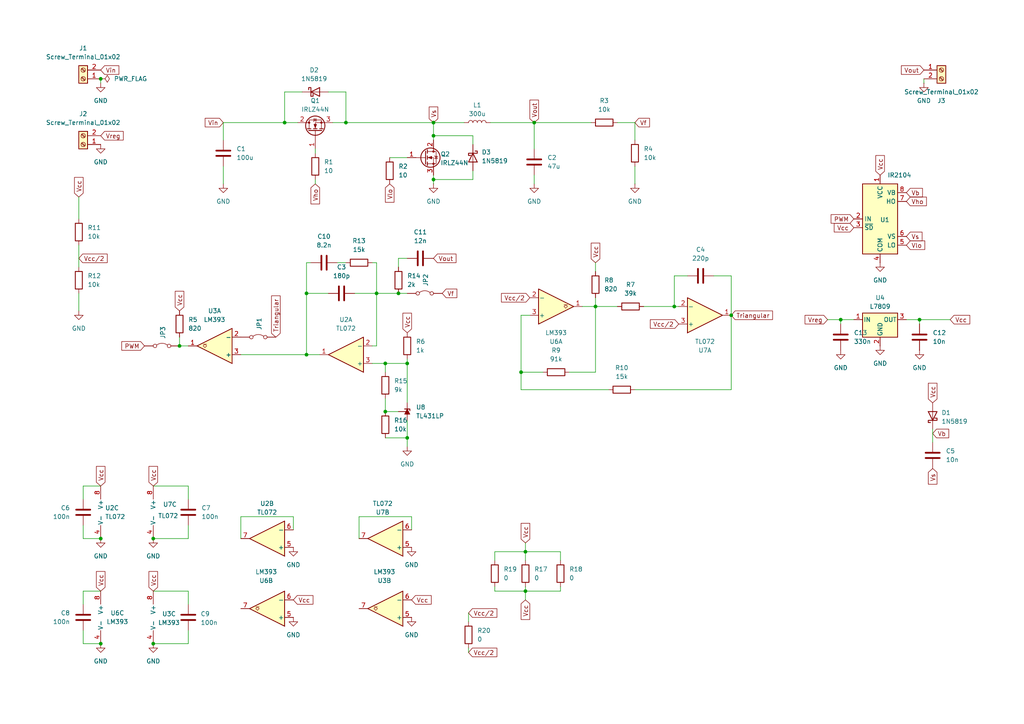
<source format=kicad_sch>
(kicad_sch (version 20250114) (generator "eeschema") (generator_version "9.0")
  (paper "A4")
  (lib_symbols
    (symbol "Amplifier_Operational:TL072" (pin_names (offset 0.127))
      (property "Reference" "U" (at 0 5.08 0))
      (property "Value" "TL072" (at 0 -5.08 0))
      (symbol "TL072_1_1"
        (polyline (pts (xy -5.08 5.08) (xy 5.08 0) (xy -5.08 -5.08) (xy -5.08 5.08)) (stroke (width 0.254)) (fill (type background)))
        (pin input line (at -7.62 2.54 0) (length 2.54) (name "+") (number "3"))
        (pin input line (at -7.62 -2.54 0) (length 2.54) (name "-") (number "2"))
        (pin output line (at 7.62 0 180) (length 2.54) (name "~") (number "1"))
      )
      (symbol "TL072_2_1"
        (polyline (pts (xy -5.08 5.08) (xy 5.08 0) (xy -5.08 -5.08) (xy -5.08 5.08)) (stroke (width 0.254)) (fill (type background)))
        (pin input line (at -7.62 2.54 0) (length 2.54) (name "+") (number "5"))
        (pin input line (at -7.62 -2.54 0) (length 2.54) (name "-") (number "6"))
        (pin output line (at 7.62 0 180) (length 2.54) (name "~") (number "7"))
      )
      (symbol "TL072_3_1"
        (pin power_in line (at -2.54 7.62 270) (length 3.81) (name "V+") (number "8"))
        (pin power_in line (at -2.54 -7.62 90) (length 3.81) (name "V-") (number "4"))
      )
    )
    (symbol "Comparator:LM393" (pin_names (offset 0.127))
      (property "Reference" "U" (at 3.81 3.81 0))
      (property "Value" "LM393" (at 6.35 -3.81 0))
      (symbol "LM393_1_1"
        (polyline (pts (xy -5.08 5.08) (xy 5.08 0) (xy -5.08 -5.08) (xy -5.08 5.08)) (stroke (width 0.254)) (fill (type background)))
        (polyline (pts (xy 3.302 -0.508) (xy 2.794 -0.508) (xy 3.302 0) (xy 2.794 0.508) (xy 2.286 0) (xy 2.794 -0.508) (xy 2.286 -0.508)) (stroke (width 0.127)))
        (pin input line (at -7.62 2.54 0) (length 2.54) (name "+") (number "3"))
        (pin input line (at -7.62 -2.54 0) (length 2.54) (name "-") (number "2"))
        (pin open_collector line (at 7.62 0 180) (length 2.54) (name "~") (number "1"))
      )
      (symbol "LM393_2_1"
        (polyline (pts (xy -5.08 5.08) (xy 5.08 0) (xy -5.08 -5.08) (xy -5.08 5.08)) (stroke (width 0.254)) (fill (type background)))
        (polyline (pts (xy 3.302 -0.508) (xy 2.794 -0.508) (xy 3.302 0) (xy 2.794 0.508) (xy 2.286 0) (xy 2.794 -0.508) (xy 2.286 -0.508)) (stroke (width 0.127)))
        (pin input line (at -7.62 2.54 0) (length 2.54) (name "+") (number "5"))
        (pin input line (at -7.62 -2.54 0) (length 2.54) (name "-") (number "6"))
        (pin open_collector line (at 7.62 0 180) (length 2.54) (name "~") (number "7"))
      )
      (symbol "LM393_3_1"
        (pin power_in line (at -2.54 7.62 270) (length 3.81) (name "V+") (number "8"))
        (pin power_in line (at -2.54 -7.62 90) (length 3.81) (name "V-") (number "4"))
      )
    )
    (symbol "Connector:Screw_Terminal_01x02" (pin_names (offset 1.016) (hide yes))
      (property "Reference" "J" (at 0 2.54 0))
      (property "Value" "Screw_Terminal_01x02" (at 0 -5.08 0))
      (symbol "Screw_Terminal_01x02_1_1"
        (rectangle (start -1.27 1.27) (end 1.27 -3.81) (stroke (width 0.254)) (fill (type background)))
        (polyline (pts (xy -0.5334 0.3302) (xy 0.3302 -0.508)) (stroke (width 0.1524)))
        (polyline (pts (xy -0.5334 -2.2098) (xy 0.3302 -3.048)) (stroke (width 0.1524)))
        (polyline (pts (xy -0.3556 0.508) (xy 0.508 -0.3302)) (stroke (width 0.1524)))
        (polyline (pts (xy -0.3556 -2.032) (xy 0.508 -2.8702)) (stroke (width 0.1524)))
        (circle (center 0 0) (radius 0.635) (stroke (width 0.1524)))
        (circle (center 0 -2.54) (radius 0.635) (stroke (width 0.1524)))
        (pin passive line (at -5.08 0 0) (length 3.81) (name "Pin_1") (number "1"))
        (pin passive line (at -5.08 -2.54 0) (length 3.81) (name "Pin_2") (number "2"))
      )
    )
    (symbol "Device:C" (pin_numbers (hide yes)) (pin_names (offset 0.254))
      (property "Reference" "C" (at 0.635 2.54 0))
      (property "Value" "C" (at 0.635 -2.54 0))
      (symbol "C_0_1"
        (polyline (pts (xy -2.032 0.762) (xy 2.032 0.762)) (stroke (width 0.508)))
        (polyline (pts (xy -2.032 -0.762) (xy 2.032 -0.762)) (stroke (width 0.508)))
      )
      (symbol "C_1_1"
        (pin passive line (at 0 3.81 270) (length 2.794) (name "~") (number "1"))
        (pin passive line (at 0 -3.81 90) (length 2.794) (name "~") (number "2"))
      )
    )
    (symbol "Device:L" (pin_numbers (hide yes)) (pin_names (offset 1.016) (hide yes))
      (property "Reference" "L" (at -1.27 0 90))
      (property "Value" "L" (at 1.905 0 90))
      (symbol "L_0_1"
        (arc (start 0 2.54) (mid 0.6323 1.905) (end 0 1.27))
        (arc (start 0 1.27) (mid 0.6323 0.635) (end 0 0))
        (arc (start 0 0) (mid 0.6323 -0.635) (end 0 -1.27))
        (arc (start 0 -1.27) (mid 0.6323 -1.905) (end 0 -2.54))
      )
      (symbol "L_1_1"
        (pin passive line (at 0 3.81 270) (length 1.27) (name "1") (number "1"))
        (pin passive line (at 0 -3.81 90) (length 1.27) (name "2") (number "2"))
      )
    )
    (symbol "Device:R" (pin_numbers (hide yes)) (pin_names (offset 0))
      (property "Reference" "R" (at 2.032 0 90))
      (property "Value" "R" (at 0 0 90))
      (symbol "R_0_1"
        (rectangle (start -1.016 -2.54) (end 1.016 2.54) (stroke (width 0.254)))
      )
      (symbol "R_1_1"
        (pin passive line (at 0 3.81 270) (length 1.27) (name "~") (number "1"))
        (pin passive line (at 0 -3.81 90) (length 1.27) (name "~") (number "2"))
      )
    )
    (symbol "Diode:1N5819" (pin_numbers (hide yes)) (pin_names (offset 1.016) (hide yes))
      (property "Reference" "D" (at 0 2.54 0))
      (property "Value" "1N5819" (at 0 -2.54 0))
      (symbol "1N5819_0_1"
        (polyline (pts (xy -1.905 0.635) (xy -1.905 1.27) (xy -1.27 1.27) (xy -1.27 -1.27) (xy -0.635 -1.27) (xy -0.635 -0.635)) (stroke (width 0.254)))
        (polyline (pts (xy 1.27 1.27) (xy 1.27 -1.27) (xy -1.27 0) (xy 1.27 1.27)) (stroke (width 0.254)))
        (polyline (pts (xy 1.27 0) (xy -1.27 0)))
      )
      (symbol "1N5819_1_1"
        (pin passive line (at -3.81 0 0) (length 2.54) (name "K") (number "1"))
        (pin passive line (at 3.81 0 180) (length 2.54) (name "A") (number "2"))
      )
    )
    (symbol "Driver_FET:IR2104"
      (property "Reference" "U" (at 1.27 13.335 0))
      (property "Value" "IR2104" (at 1.27 11.43 0))
      (symbol "IR2104_0_1"
        (rectangle (start -5.08 -10.16) (end 5.08 10.16) (stroke (width 0.254)) (fill (type background)))
      )
      (symbol "IR2104_1_1"
        (pin input line (at -7.62 0 0) (length 2.54) (name "IN") (number "2"))
        (pin input line (at -7.62 -2.54 0) (length 2.54) (name "~{SD}") (number "3"))
        (pin power_in line (at 0 12.7 270) (length 2.54) (name "VCC") (number "1"))
        (pin power_in line (at 0 -12.7 90) (length 2.54) (name "COM") (number "4"))
        (pin passive line (at 7.62 7.62 180) (length 2.54) (name "VB") (number "8"))
        (pin output line (at 7.62 5.08 180) (length 2.54) (name "HO") (number "7"))
        (pin passive line (at 7.62 -5.08 180) (length 2.54) (name "VS") (number "6"))
        (pin output line (at 7.62 -7.62 180) (length 2.54) (name "LO") (number "5"))
      )
    )
    (symbol "Jumper:Jumper_2_Bridged" (pin_numbers (hide yes)) (pin_names (offset 0) (hide yes))
      (property "Reference" "JP" (at 0 1.905 0))
      (property "Value" "Jumper_2_Bridged" (at 0 -2.54 0))
      (symbol "Jumper_2_Bridged_0_0"
        (circle (center -2.032 0) (radius 0.508))
        (circle (center 2.032 0) (radius 0.508))
      )
      (symbol "Jumper_2_Bridged_0_1"
        (arc (start -1.524 0.254) (mid 0 0.762) (end 1.524 0.254))
      )
      (symbol "Jumper_2_Bridged_1_1"
        (pin passive line (at -5.08 0 0) (length 2.54) (name "A") (number "1"))
        (pin passive line (at 5.08 0 180) (length 2.54) (name "B") (number "2"))
      )
    )
    (symbol "Reference_Voltage:TL431LP" (pin_numbers (hide yes)) (pin_names (hide yes))
      (property "Reference" "U" (at -2.54 2.54 0))
      (property "Value" "TL431LP" (at 0 -2.54 0))
      (symbol "TL431LP_0_1"
        (polyline (pts (xy -1.27 0) (xy 0 0) (xy 1.27 0)))
        (polyline (pts (xy -0.762 -0.762) (xy -0.762 0.762) (xy 0.762 0) (xy -0.762 -0.762)) (fill (type outline)))
        (polyline (pts (xy 0.254 -0.762) (xy 0.762 -0.762) (xy 0.762 0.762) (xy 0.762 0.762)) (stroke (width 0.254)))
      )
      (symbol "TL431LP_1_1"
        (pin passive line (at -2.54 0 0) (length 2.54) (name "A") (number "2"))
        (pin passive line (at 0 2.54 270) (length 2.54) (name "REF") (number "1"))
        (pin passive line (at 2.54 0 180) (length 2.54) (name "K") (number "3"))
      )
    )
    (symbol "Regulator_Linear:L7809" (pin_names (offset 0.254))
      (property "Reference" "U" (at -3.81 3.175 0))
      (property "Value" "L7809" (at 0 3.175 0))
      (symbol "L7809_0_1"
        (rectangle (start -5.08 1.905) (end 5.08 -5.08) (stroke (width 0.254)) (fill (type background)))
      )
      (symbol "L7809_1_1"
        (pin power_in line (at -7.62 0 0) (length 2.54) (name "IN") (number "1"))
        (pin power_in line (at 0 -7.62 90) (length 2.54) (name "GND") (number "2"))
        (pin power_out line (at 7.62 0 180) (length 2.54) (name "OUT") (number "3"))
      )
    )
    (symbol "Transistor_FET:IRLZ44N" (pin_names (hide yes))
      (property "Reference" "Q" (at 5.08 1.905 0))
      (property "Value" "IRLZ44N" (at 5.08 0 0))
      (symbol "IRLZ44N_0_1"
        (polyline (pts (xy 0.254 1.905) (xy 0.254 -1.905)) (stroke (width 0.254)))
        (polyline (pts (xy 0.254 0) (xy -2.54 0)))
        (polyline (pts (xy 0.762 2.286) (xy 0.762 1.27)) (stroke (width 0.254)))
        (polyline (pts (xy 0.762 0.508) (xy 0.762 -0.508)) (stroke (width 0.254)))
        (polyline (pts (xy 0.762 -1.27) (xy 0.762 -2.286)) (stroke (width 0.254)))
        (polyline (pts (xy 0.762 -1.778) (xy 3.302 -1.778) (xy 3.302 1.778) (xy 0.762 1.778)))
        (polyline (pts (xy 1.016 0) (xy 2.032 0.381) (xy 2.032 -0.381) (xy 1.016 0)) (fill (type outline)))
        (circle (center 1.651 0) (radius 2.794) (stroke (width 0.254)))
        (polyline (pts (xy 2.54 2.54) (xy 2.54 1.778)))
        (circle (center 2.54 1.778) (radius 0.254) (fill (type outline)))
        (circle (center 2.54 -1.778) (radius 0.254) (fill (type outline)))
        (polyline (pts (xy 2.54 -2.54) (xy 2.54 0) (xy 0.762 0)))
        (polyline (pts (xy 2.794 0.508) (xy 2.921 0.381) (xy 3.683 0.381) (xy 3.81 0.254)))
        (polyline (pts (xy 3.302 0.381) (xy 2.921 -0.254) (xy 3.683 -0.254) (xy 3.302 0.381)))
      )
      (symbol "IRLZ44N_1_1"
        (pin input line (at -5.08 0 0) (length 2.54) (name "G") (number "1"))
        (pin passive line (at 2.54 5.08 270) (length 2.54) (name "D") (number "2"))
        (pin passive line (at 2.54 -5.08 90) (length 2.54) (name "S") (number "3"))
      )
    )
    (symbol "power:GND" (power) (pin_numbers (hide yes)) (pin_names (offset 0) (hide yes))
      (property "Value" "GND" (at 0 -3.81 0))
      (symbol "GND_0_1"
        (polyline (pts (xy 0 0) (xy 0 -1.27) (xy 1.27 -1.27) (xy 0 -2.54) (xy -1.27 -1.27) (xy 0 -1.27)))
      )
      (symbol "GND_1_1"
        (pin power_in line (at 0 0 270) (length 0) (name "~") (number "1"))
      )
    )
    (symbol "power:PWR_FLAG" (power) (pin_numbers (hide yes)) (pin_names (offset 0) (hide yes))
      (property "Value" "PWR_FLAG" (at 0 3.81 0))
      (symbol "PWR_FLAG_0_0"
        (pin power_out line (at 0 0 90) (length 0) (name "~") (number "1"))
      )
      (symbol "PWR_FLAG_0_1"
        (polyline (pts (xy 0 0) (xy 0 1.27) (xy -1.016 1.905) (xy 0 2.54) (xy 1.016 1.905) (xy 0 1.27)))
      )
    )
  )
  (junction (at 154.94 35.56))
  (junction (at 118.11 105.41))
  (junction (at 125.73 52.07))
  (junction (at 243.84 92.71))
  (junction (at 44.45 156.21))
  (junction (at 109.22 85.09))
  (junction (at 100.33 35.56))
  (junction (at 52.07 100.33))
  (junction (at 44.45 186.69))
  (junction (at 152.4 160.02))
  (junction (at 125.73 35.56))
  (junction (at 125.73 39.37))
  (junction (at 29.21 156.21))
  (junction (at 111.76 119.38))
  (junction (at 172.72 88.9))
  (junction (at 29.21 186.69))
  (junction (at 118.11 127))
  (junction (at 82.55 35.56))
  (junction (at 111.76 105.41))
  (junction (at 195.58 88.9))
  (junction (at 151.13 107.95))
  (junction (at 88.9 102.87))
  (junction (at 212.09 91.44))
  (junction (at 152.4 171.45))
  (junction (at 115.57 85.09))
  (junction (at 29.21 22.86))
  (junction (at 266.7 92.71))
  (junction (at 88.9 85.09))
  (wire (pts (xy 54.61 156.21) (xy 44.45 156.21)))
  (wire (pts (xy 142.24 35.56) (xy 154.94 35.56)))
  (wire (pts (xy 172.72 88.9) (xy 179.07 88.9)))
  (wire (pts (xy 24.13 171.45) (xy 29.21 171.45)))
  (wire (pts (xy 152.4 160.02) (xy 152.4 162.56)))
  (wire (pts (xy 22.86 85.09) (xy 22.86 90.17)))
  (wire (pts (xy 24.13 144.78) (xy 24.13 140.97)))
  (wire (pts (xy 151.13 113.03) (xy 176.53 113.03)))
  (wire (pts (xy 137.16 41.91) (xy 137.16 39.37)))
  (wire (pts (xy 107.95 105.41) (xy 111.76 105.41)))
  (wire (pts (xy 143.51 170.18) (xy 143.51 171.45)))
  (wire (pts (xy 119.38 149.86) (xy 119.38 153.67)))
  (wire (pts (xy 54.61 175.26) (xy 54.61 171.45)))
  (wire (pts (xy 125.73 50.8) (xy 125.73 52.07)))
  (wire (pts (xy 135.89 187.96) (xy 135.89 189.23)))
  (wire (pts (xy 151.13 107.95) (xy 157.48 107.95)))
  (wire (pts (xy 137.16 52.07) (xy 125.73 52.07)))
  (wire (pts (xy 152.4 171.45) (xy 152.4 173.99)))
  (wire (pts (xy 172.72 107.95) (xy 172.72 88.9)))
  (wire (pts (xy 111.76 119.38) (xy 115.57 119.38)))
  (wire (pts (xy 184.15 113.03) (xy 212.09 113.03)))
  (wire (pts (xy 162.56 162.56) (xy 162.56 160.02)))
  (wire (pts (xy 111.76 127) (xy 118.11 127)))
  (wire (pts (xy 64.77 40.64) (xy 64.77 35.56)))
  (wire (pts (xy 152.4 157.48) (xy 152.4 160.02)))
  (wire (pts (xy 186.69 88.9) (xy 195.58 88.9)))
  (wire (pts (xy 143.51 171.45) (xy 152.4 171.45)))
  (wire (pts (xy 118.11 85.09) (xy 115.57 85.09)))
  (wire (pts (xy 195.58 88.9) (xy 196.85 88.9)))
  (wire (pts (xy 266.7 92.71) (xy 262.89 92.71)))
  (wire (pts (xy 137.16 49.53) (xy 137.16 52.07)))
  (wire (pts (xy 52.07 100.33) (xy 54.61 100.33)))
  (wire (pts (xy 82.55 35.56) (xy 86.36 35.56)))
  (wire (pts (xy 143.51 160.02) (xy 143.51 162.56)))
  (wire (pts (xy 88.9 85.09) (xy 88.9 76.2)))
  (wire (pts (xy 153.67 91.44) (xy 151.13 91.44)))
  (wire (pts (xy 154.94 43.18) (xy 154.94 35.56)))
  (wire (pts (xy 104.14 149.86) (xy 119.38 149.86)))
  (wire (pts (xy 275.59 92.71) (xy 266.7 92.71)))
  (wire (pts (xy 111.76 115.57) (xy 111.76 119.38)))
  (wire (pts (xy 172.72 78.74) (xy 172.72 76.2)))
  (wire (pts (xy 82.55 26.67) (xy 82.55 35.56)))
  (wire (pts (xy 87.63 26.67) (xy 82.55 26.67)))
  (wire (pts (xy 96.52 35.56) (xy 100.33 35.56)))
  (wire (pts (xy 54.61 144.78) (xy 54.61 140.97)))
  (wire (pts (xy 69.85 149.86) (xy 85.09 149.86)))
  (wire (pts (xy 152.4 160.02) (xy 162.56 160.02)))
  (wire (pts (xy 240.03 92.71) (xy 243.84 92.71)))
  (wire (pts (xy 107.95 100.33) (xy 109.22 100.33)))
  (wire (pts (xy 64.77 35.56) (xy 82.55 35.56)))
  (wire (pts (xy 172.72 86.36) (xy 172.72 88.9)))
  (wire (pts (xy 22.86 71.12) (xy 22.86 77.47)))
  (wire (pts (xy 91.44 52.07) (xy 91.44 53.34)))
  (wire (pts (xy 24.13 186.69) (xy 29.21 186.69)))
  (wire (pts (xy 24.13 152.4) (xy 24.13 156.21)))
  (wire (pts (xy 270.51 124.46) (xy 270.51 128.27)))
  (wire (pts (xy 22.86 57.15) (xy 22.86 63.5)))
  (wire (pts (xy 104.14 156.21) (xy 104.14 149.86)))
  (wire (pts (xy 118.11 104.14) (xy 118.11 105.41)))
  (wire (pts (xy 88.9 102.87) (xy 92.71 102.87)))
  (wire (pts (xy 125.73 35.56) (xy 125.73 39.37)))
  (wire (pts (xy 64.77 48.26) (xy 64.77 53.34)))
  (wire (pts (xy 102.87 85.09) (xy 109.22 85.09)))
  (wire (pts (xy 69.85 102.87) (xy 88.9 102.87)))
  (wire (pts (xy 111.76 105.41) (xy 111.76 107.95)))
  (wire (pts (xy 195.58 88.9) (xy 195.58 80.01)))
  (wire (pts (xy 95.25 26.67) (xy 100.33 26.67)))
  (wire (pts (xy 267.97 22.86) (xy 267.97 24.13)))
  (wire (pts (xy 125.73 52.07) (xy 125.73 53.34)))
  (wire (pts (xy 24.13 140.97) (xy 29.21 140.97)))
  (wire (pts (xy 184.15 48.26) (xy 184.15 53.34)))
  (wire (pts (xy 88.9 76.2) (xy 90.17 76.2)))
  (wire (pts (xy 54.61 182.88) (xy 54.61 186.69)))
  (wire (pts (xy 212.09 113.03) (xy 212.09 91.44)))
  (wire (pts (xy 125.73 35.56) (xy 134.62 35.56)))
  (wire (pts (xy 54.61 186.69) (xy 44.45 186.69)))
  (wire (pts (xy 109.22 85.09) (xy 109.22 100.33)))
  (wire (pts (xy 212.09 80.01) (xy 212.09 91.44)))
  (wire (pts (xy 24.13 182.88) (xy 24.13 186.69)))
  (wire (pts (xy 243.84 92.71) (xy 243.84 93.98)))
  (wire (pts (xy 52.07 97.79) (xy 52.07 100.33)))
  (wire (pts (xy 207.01 80.01) (xy 212.09 80.01)))
  (wire (pts (xy 179.07 35.56) (xy 184.15 35.56)))
  (wire (pts (xy 151.13 91.44) (xy 151.13 107.95)))
  (wire (pts (xy 135.89 177.8) (xy 135.89 180.34)))
  (wire (pts (xy 88.9 85.09) (xy 88.9 102.87)))
  (wire (pts (xy 118.11 127) (xy 118.11 129.54)))
  (wire (pts (xy 54.61 171.45) (xy 44.45 171.45)))
  (wire (pts (xy 118.11 105.41) (xy 118.11 116.84)))
  (wire (pts (xy 91.44 44.45) (xy 91.44 43.18)))
  (wire (pts (xy 118.11 121.92) (xy 118.11 127)))
  (wire (pts (xy 29.21 22.86) (xy 29.21 24.13)))
  (wire (pts (xy 115.57 77.47) (xy 115.57 74.93)))
  (wire (pts (xy 69.85 156.21) (xy 69.85 149.86)))
  (wire (pts (xy 100.33 35.56) (xy 125.73 35.56)))
  (wire (pts (xy 172.72 88.9) (xy 168.91 88.9)))
  (wire (pts (xy 85.09 149.86) (xy 85.09 153.67)))
  (wire (pts (xy 109.22 76.2) (xy 109.22 85.09)))
  (wire (pts (xy 115.57 85.09) (xy 109.22 85.09)))
  (wire (pts (xy 152.4 160.02) (xy 143.51 160.02)))
  (wire (pts (xy 95.25 85.09) (xy 88.9 85.09)))
  (wire (pts (xy 171.45 35.56) (xy 154.94 35.56)))
  (wire (pts (xy 162.56 171.45) (xy 152.4 171.45)))
  (wire (pts (xy 184.15 35.56) (xy 184.15 40.64)))
  (wire (pts (xy 125.73 39.37) (xy 125.73 40.64)))
  (wire (pts (xy 24.13 156.21) (xy 29.21 156.21)))
  (wire (pts (xy 165.1 107.95) (xy 172.72 107.95)))
  (wire (pts (xy 100.33 26.67) (xy 100.33 35.56)))
  (wire (pts (xy 243.84 92.71) (xy 247.65 92.71)))
  (wire (pts (xy 154.94 50.8) (xy 154.94 53.34)))
  (wire (pts (xy 152.4 170.18) (xy 152.4 171.45)))
  (wire (pts (xy 54.61 152.4) (xy 54.61 156.21)))
  (wire (pts (xy 125.73 39.37) (xy 137.16 39.37)))
  (wire (pts (xy 266.7 92.71) (xy 266.7 93.98)))
  (wire (pts (xy 162.56 170.18) (xy 162.56 171.45)))
  (wire (pts (xy 44.45 140.97) (xy 54.61 140.97)))
  (wire (pts (xy 24.13 175.26) (xy 24.13 171.45)))
  (wire (pts (xy 111.76 105.41) (xy 118.11 105.41)))
  (wire (pts (xy 151.13 107.95) (xy 151.13 113.03)))
  (wire (pts (xy 115.57 74.93) (xy 118.11 74.93)))
  (wire (pts (xy 97.79 76.2) (xy 100.33 76.2)))
  (wire (pts (xy 195.58 80.01) (xy 199.39 80.01)))
  (wire (pts (xy 109.22 76.2) (xy 107.95 76.2)))
  (wire (pts (xy 113.03 45.72) (xy 118.11 45.72)))
  (global_label "Vout" (shape input) (at 267.97 20.32 180) (property "Intersheetrefs" "${INTERSHEET_REFS}" (effects (hide yes))))
  (global_label "Vcc" (shape input) (at 118.11 96.52 90) (property "Intersheetrefs" "${INTERSHEET_REFS}" (effects (hide yes))))
  (global_label "PWM" (shape input) (at 247.65 63.5 180) (property "Intersheetrefs" "${INTERSHEET_REFS}" (effects (hide yes))))
  (global_label "Vcc" (shape input) (at 270.51 116.84 90) (property "Intersheetrefs" "${INTERSHEET_REFS}" (effects (hide yes))))
  (global_label "Vcc" (shape input) (at 85.09 173.99 0) (property "Intersheetrefs" "${INTERSHEET_REFS}" (effects (hide yes))))
  (global_label "Vcc" (shape input) (at 44.45 140.97 90) (property "Intersheetrefs" "${INTERSHEET_REFS}" (effects (hide yes))))
  (global_label "Vcc{slash}2" (shape input) (at 135.89 189.23 0) (property "Intersheetrefs" "${INTERSHEET_REFS}" (effects (hide yes))))
  (global_label "Vcc" (shape input) (at 172.72 76.2 90) (property "Intersheetrefs" "${INTERSHEET_REFS}" (effects (hide yes))))
  (global_label "Vcc" (shape input) (at 275.59 92.71 0) (property "Intersheetrefs" "${INTERSHEET_REFS}" (effects (hide yes))))
  (global_label "Vin" (shape input) (at 29.21 20.32 0) (property "Intersheetrefs" "${INTERSHEET_REFS}" (effects (hide yes))))
  (global_label "Vho" (shape input) (at 262.89 58.42 0) (property "Intersheetrefs" "${INTERSHEET_REFS}" (effects (hide yes))))
  (global_label "Vcc" (shape input) (at 29.21 140.97 90) (property "Intersheetrefs" "${INTERSHEET_REFS}" (effects (hide yes))))
  (global_label "Vcc" (shape input) (at 22.86 57.15 90) (property "Intersheetrefs" "${INTERSHEET_REFS}" (effects (hide yes))))
  (global_label "Vcc" (shape input) (at 152.4 173.99 270) (property "Intersheetrefs" "${INTERSHEET_REFS}" (effects (hide yes))))
  (global_label "Vcc{slash}2" (shape input) (at 196.85 93.98 180) (property "Intersheetrefs" "${INTERSHEET_REFS}" (effects (hide yes))))
  (global_label "Vreg" (shape input) (at 29.21 39.37 0) (property "Intersheetrefs" "${INTERSHEET_REFS}" (effects (hide yes))))
  (global_label "Vcc{slash}2" (shape input) (at 153.67 86.36 180) (property "Intersheetrefs" "${INTERSHEET_REFS}" (effects (hide yes))))
  (global_label "Vlo" (shape input) (at 262.89 71.12 0) (property "Intersheetrefs" "${INTERSHEET_REFS}" (effects (hide yes))))
  (global_label "Vf" (shape input) (at 184.15 35.56 0) (property "Intersheetrefs" "${INTERSHEET_REFS}" (effects (hide yes))))
  (global_label "Vcc{slash}2" (shape input) (at 22.86 74.93 0) (property "Intersheetrefs" "${INTERSHEET_REFS}" (effects (hide yes))))
  (global_label "Vf" (shape input) (at 128.27 85.09 0) (property "Intersheetrefs" "${INTERSHEET_REFS}" (effects (hide yes))))
  (global_label "Vcc" (shape input) (at 52.07 90.17 90) (property "Intersheetrefs" "${INTERSHEET_REFS}" (effects (hide yes))))
  (global_label "Triangular" (shape input) (at 212.09 91.44 0) (property "Intersheetrefs" "${INTERSHEET_REFS}" (effects (hide yes))))
  (global_label "Vout" (shape input) (at 154.94 35.56 90) (property "Intersheetrefs" "${INTERSHEET_REFS}" (effects (hide yes))))
  (global_label "Vb" (shape input) (at 262.89 55.88 0) (property "Intersheetrefs" "${INTERSHEET_REFS}" (effects (hide yes))))
  (global_label "Vlo" (shape input) (at 113.03 53.34 270) (property "Intersheetrefs" "${INTERSHEET_REFS}" (effects (hide yes))))
  (global_label "Vs" (shape input) (at 270.51 135.89 270) (property "Intersheetrefs" "${INTERSHEET_REFS}" (effects (hide yes))))
  (global_label "Vcc" (shape input) (at 247.65 66.04 180) (property "Intersheetrefs" "${INTERSHEET_REFS}" (effects (hide yes))))
  (global_label "Vin" (shape input) (at 64.77 35.56 180) (property "Intersheetrefs" "${INTERSHEET_REFS}" (effects (hide yes))))
  (global_label "Vs" (shape input) (at 125.73 35.56 90) (property "Intersheetrefs" "${INTERSHEET_REFS}" (effects (hide yes))))
  (global_label "Vcc" (shape input) (at 44.45 171.45 90) (property "Intersheetrefs" "${INTERSHEET_REFS}" (effects (hide yes))))
  (global_label "Vb" (shape input) (at 270.51 125.73 0) (property "Intersheetrefs" "${INTERSHEET_REFS}" (effects (hide yes))))
  (global_label "PWM" (shape input) (at 41.91 100.33 180) (property "Intersheetrefs" "${INTERSHEET_REFS}" (effects (hide yes))))
  (global_label "Vout" (shape input) (at 125.73 74.93 0) (property "Intersheetrefs" "${INTERSHEET_REFS}" (effects (hide yes))))
  (global_label "Vreg" (shape input) (at 240.03 92.71 180) (property "Intersheetrefs" "${INTERSHEET_REFS}" (effects (hide yes))))
  (global_label "Vcc" (shape input) (at 29.21 171.45 90) (property "Intersheetrefs" "${INTERSHEET_REFS}" (effects (hide yes))))
  (global_label "Vcc" (shape input) (at 152.4 157.48 90) (property "Intersheetrefs" "${INTERSHEET_REFS}" (effects (hide yes))))
  (global_label "Vs" (shape input) (at 262.89 68.58 0) (property "Intersheetrefs" "${INTERSHEET_REFS}" (effects (hide yes))))
  (global_label "Vho" (shape input) (at 91.44 53.34 270) (property "Intersheetrefs" "${INTERSHEET_REFS}" (effects (hide yes))))
  (global_label "Triangular" (shape input) (at 80.01 97.79 90) (property "Intersheetrefs" "${INTERSHEET_REFS}" (effects (hide yes))))
  (global_label "Vcc{slash}2" (shape input) (at 135.89 177.8 0) (property "Intersheetrefs" "${INTERSHEET_REFS}" (effects (hide yes))))
  (global_label "Vcc" (shape input) (at 119.38 173.99 0) (property "Intersheetrefs" "${INTERSHEET_REFS}" (effects (hide yes))))
  (global_label "Vcc" (shape input) (at 255.27 50.8 90) (property "Intersheetrefs" "${INTERSHEET_REFS}" (effects (hide yes))))
  (symbol (lib_id "Comparator:LM393") (at 77.47 176.53 180) (unit 2)
    (property "Reference" "U6" (at 77.216 168.402 0))
    (property "Value" "LM393" (at 77.216 165.862 0))
    (property "Footprint" "Package_DIP:DIP-8_W7.62mm_LongPads" (effects (hide yes)))
    (property "Datasheet" "http://www.ti.com/lit/ds/symlink/lm393.pdf" (effects (hide yes)))
    (property "Description" "Low-Power, Low-Offset Voltage, Dual Comparators, DIP-8/SOIC-8/TO-99-8" (effects (hide yes)))
  )
  (symbol (lib_id "power:GND") (at 266.7 101.6 0) (unit 1)
    (property "Reference" "#PWR021" (effects (hide yes)))
    (property "Value" "GND" (at 266.7 106.68 0))
    (property "Description" "Power symbol creates a global label with name \"GND\" , ground" (effects (hide yes)))
  )
  (symbol (lib_id "Device:R") (at 118.11 100.33 0) (unit 1)
    (property "Reference" "R6" (at 120.65 99.0599 0) (effects (justify left)))
    (property "Value" "1k" (at 120.65 101.5999 0) (effects (justify left)))
    (property "Footprint" "Resistor_THT:R_Axial_DIN0207_L6.3mm_D2.5mm_P10.16mm_Horizontal" (effects (hide yes)))
    (property "Description" "Resistor" (effects (hide yes)))
  )
  (symbol (lib_id "Reference_Voltage:TL431LP") (at 118.11 119.38 90) (unit 1)
    (property "Reference" "U8" (at 120.65 118.1099 90) (effects (justify right)))
    (property "Value" "TL431LP" (at 120.65 120.6499 90) (effects (justify right)))
    (property "Footprint" "Package_TO_SOT_THT:TO-92L_Inline_Wide" (effects (hide yes)))
    (property "Datasheet" "http://www.ti.com/lit/ds/symlink/tl431.pdf" (effects (hide yes)))
    (property "Description" "Shunt Regulator, TO-92" (effects (hide yes)))
  )
  (symbol (lib_id "Driver_FET:IR2104") (at 255.27 63.5 0) (unit 1)
    (property "Reference" "U1" (at 255.27 63.754 0) (effects (justify left)))
    (property "Value" "IR2104" (at 257.4133 50.8 0) (effects (justify left)))
    (property "Footprint" "Package_DIP:DIP-8_W7.62mm_LongPads" (effects (hide yes)))
    (property "Datasheet" "https://www.infineon.com/dgdl/ir2104.pdf?fileId=5546d462533600a4015355c7c1c31671" (effects (hide yes)))
    (property "Description" "Half-Bridge Driver, 600V, 210/360mA, PDIP-8/SOIC-8" (effects (hide yes)))
  )
  (symbol (lib_id "power:GND") (at 267.97 24.13 0) (unit 1)
    (property "Reference" "#PWR05" (effects (hide yes)))
    (property "Value" "GND" (at 267.97 29.21 0))
    (property "Description" "Power symbol creates a global label with name \"GND\" , ground" (effects (hide yes)))
  )
  (symbol (lib_id "power:GND") (at 85.09 179.07 0) (unit 1)
    (property "Reference" "#PWR015" (effects (hide yes)))
    (property "Value" "GND" (at 85.09 184.15 0))
    (property "Description" "Power symbol creates a global label with name \"GND\" , ground" (effects (hide yes)))
  )
  (symbol (lib_id "power:GND") (at 118.11 129.54 0) (unit 1)
    (property "Reference" "#PWR09" (effects (hide yes)))
    (property "Value" "GND" (at 118.11 134.62 0))
    (property "Description" "Power symbol creates a global label with name \"GND\" , ground" (effects (hide yes)))
  )
  (symbol (lib_id "Comparator:LM393") (at 46.99 179.07 0) (unit 3)
    (property "Reference" "U3" (at 49.022 178.054 0))
    (property "Value" "LM393" (at 49.022 180.594 0))
    (property "Footprint" "Package_DIP:DIP-8_W7.62mm_LongPads" (effects (hide yes)))
    (property "Datasheet" "http://www.ti.com/lit/ds/symlink/lm393.pdf" (effects (hide yes)))
    (property "Description" "Low-Power, Low-Offset Voltage, Dual Comparators, DIP-8/SOIC-8/TO-99-8" (effects (hide yes)))
  )
  (symbol (lib_id "power:GND") (at 154.94 53.34 0) (unit 1)
    (property "Reference" "#PWR03" (effects (hide yes)))
    (property "Value" "GND" (at 154.94 58.42 0))
    (property "Description" "Power symbol creates a global label with name \"GND\" , ground" (effects (hide yes)))
  )
  (symbol (lib_id "Device:C") (at 24.13 179.07 0) (mirror y) (unit 1)
    (property "Reference" "C8" (at 20.32 177.7999 0) (effects (justify left)))
    (property "Value" "100n" (at 20.32 180.3399 0) (effects (justify left)))
    (property "Footprint" "Capacitor_THT:C_Disc_D4.3mm_W1.9mm_P5.00mm" (effects (hide yes)))
    (property "Description" "Unpolarized capacitor" (effects (hide yes)))
  )
  (symbol (lib_id "power:PWR_FLAG") (at 29.21 22.86 270) (unit 1)
    (property "Reference" "#FLG01" (effects (hide yes)))
    (property "Value" "PWR_FLAG" (at 33.02 22.8599 90) (effects (justify left)))
    (property "Description" "Special symbol for telling ERC where power comes from" (effects (hide yes)))
  )
  (symbol (lib_id "Device:R") (at 182.88 88.9 270) (unit 1)
    (property "Reference" "R7" (at 182.88 82.55 90))
    (property "Value" "39k" (at 182.88 85.09 90))
    (property "Footprint" "Resistor_THT:R_Axial_DIN0207_L6.3mm_D2.5mm_P10.16mm_Horizontal" (effects (hide yes)))
    (property "Description" "Resistor" (effects (hide yes)))
  )
  (symbol (lib_id "Device:R") (at 115.57 81.28 0) (unit 1)
    (property "Reference" "R14" (at 118.11 80.0099 0) (effects (justify left)))
    (property "Value" "2k" (at 118.11 82.5499 0) (effects (justify left)))
    (property "Footprint" "Resistor_THT:R_Axial_DIN0207_L6.3mm_D2.5mm_P10.16mm_Horizontal" (effects (hide yes)))
    (property "Description" "Resistor" (effects (hide yes)))
  )
  (symbol (lib_id "power:GND") (at 22.86 90.17 0) (unit 1)
    (property "Reference" "#PWR010" (effects (hide yes)))
    (property "Value" "GND" (at 22.86 95.25 0))
    (property "Description" "Power symbol creates a global label with name \"GND\" , ground" (effects (hide yes)))
  )
  (symbol (lib_id "Jumper:Jumper_2_Bridged") (at 123.19 85.09 0) (unit 1)
    (property "Reference" "JP2" (at 123.444 83.058 90) (effects (justify left)))
    (property "Value" "Jumper_2_Bridged" (effects (hide yes)))
    (property "Footprint" "TestPoint:TestPoint_2Pads_Pitch2.54mm_Drill0.8mm" (effects (hide yes)))
    (property "Description" "Jumper, 2-pole, closed/bridged" (effects (hide yes)))
  )
  (symbol (lib_id "Device:C") (at 154.94 46.99 0) (unit 1)
    (property "Reference" "C2" (at 158.75 45.7199 0) (effects (justify left)))
    (property "Value" "47u" (at 158.75 48.2599 0) (effects (justify left)))
    (property "Footprint" "Capacitor_THT:CP_Radial_D4.0mm_P2.00mm" (effects (hide yes)))
    (property "Description" "Unpolarized capacitor" (effects (hide yes)))
  )
  (symbol (lib_id "power:GND") (at 125.73 53.34 0) (unit 1)
    (property "Reference" "#PWR01" (effects (hide yes)))
    (property "Value" "GND" (at 125.73 58.42 0))
    (property "Description" "Power symbol creates a global label with name \"GND\" , ground" (effects (hide yes)))
  )
  (symbol (lib_id "Diode:1N5819") (at 137.16 45.72 270) (unit 1)
    (property "Reference" "D3" (at 139.7 44.1324 90) (effects (justify left)))
    (property "Value" "1N5819" (at 139.7 46.6724 90) (effects (justify left)))
    (property "Footprint" "Diode_THT:D_DO-41_SOD81_P10.16mm_Horizontal" (effects (hide yes)))
    (property "Datasheet" "http://www.vishay.com/docs/88525/1n5817.pdf" (effects (hide yes)))
    (property "Description" "40V 1A Schottky Barrier Rectifier Diode, DO-41" (effects (hide yes)))
  )
  (symbol (lib_id "Amplifier_Operational:TL072") (at 77.47 156.21 180) (unit 2)
    (property "Reference" "U2" (at 77.47 146.05 0))
    (property "Value" "TL072" (at 77.47 148.59 0))
    (property "Footprint" "Package_DIP:DIP-8_W7.62mm_LongPads" (effects (hide yes)))
    (property "Datasheet" "http://www.ti.com/lit/ds/symlink/tl071.pdf" (effects (hide yes)))
    (property "Description" "Dual Low-Noise JFET-Input Operational Amplifiers, DIP-8/SOIC-8" (effects (hide yes)))
  )
  (symbol (lib_id "Device:R") (at 113.03 49.53 0) (unit 1)
    (property "Reference" "R2" (at 115.57 48.2599 0) (effects (justify left)))
    (property "Value" "10" (at 115.57 50.7999 0) (effects (justify left)))
    (property "Footprint" "Resistor_THT:R_Axial_DIN0207_L6.3mm_D2.5mm_P10.16mm_Horizontal" (effects (hide yes)))
    (property "Description" "Resistor" (effects (hide yes)))
  )
  (symbol (lib_id "power:GND") (at 44.45 186.69 0) (unit 1)
    (property "Reference" "#PWR018" (effects (hide yes)))
    (property "Value" "GND" (at 44.45 191.77 0))
    (property "Description" "Power symbol creates a global label with name \"GND\" , ground" (effects (hide yes)))
  )
  (symbol (lib_id "power:GND") (at 85.09 158.75 0) (unit 1)
    (property "Reference" "#PWR011" (effects (hide yes)))
    (property "Value" "GND" (at 85.09 163.83 0))
    (property "Description" "Power symbol creates a global label with name \"GND\" , ground" (effects (hide yes)))
  )
  (symbol (lib_id "Device:C") (at 203.2 80.01 90) (unit 1)
    (property "Reference" "C4" (at 203.2 72.39 90))
    (property "Value" "220p" (at 203.2 74.93 90))
    (property "Footprint" "Capacitor_THT:C_Disc_D4.3mm_W1.9mm_P5.00mm" (effects (hide yes)))
    (property "Description" "Unpolarized capacitor" (effects (hide yes)))
  )
  (symbol (lib_id "power:GND") (at 29.21 186.69 0) (unit 1)
    (property "Reference" "#PWR016" (effects (hide yes)))
    (property "Value" "GND" (at 29.21 191.77 0))
    (property "Description" "Power symbol creates a global label with name \"GND\" , ground" (effects (hide yes)))
  )
  (symbol (lib_id "power:GND") (at 243.84 101.6 0) (unit 1)
    (property "Reference" "#PWR020" (effects (hide yes)))
    (property "Value" "GND" (at 243.84 106.68 0))
    (property "Description" "Power symbol creates a global label with name \"GND\" , ground" (effects (hide yes)))
  )
  (symbol (lib_id "Connector:Screw_Terminal_01x02") (at 24.13 22.86 180) (unit 1)
    (property "Reference" "J1" (at 24.13 13.97 0))
    (property "Value" "Screw_Terminal_01x02" (at 24.13 16.51 0))
    (property "Footprint" "Connector_Samtec_HPM_THT:Samtec_HPM-02-01-x-S_Straight_1x02_Pitch5.08mm" (effects (hide yes)))
    (property "Description" "Generic screw terminal, single row, 01x02, script generated (kicad-library-utils/schlib/autogen/connector/)" (effects (hide yes)))
  )
  (symbol (lib_id "power:GND") (at 29.21 41.91 0) (unit 1)
    (property "Reference" "#PWR019" (effects (hide yes)))
    (property "Value" "GND" (at 29.21 46.99 0))
    (property "Description" "Power symbol creates a global label with name \"GND\" , ground" (effects (hide yes)))
  )
  (symbol (lib_id "Amplifier_Operational:TL072") (at 204.47 91.44 0) (mirror x) (unit 1)
    (property "Reference" "U7" (at 204.47 101.6 0))
    (property "Value" "TL072" (at 204.47 99.06 0))
    (property "Footprint" "Package_DIP:DIP-8_W7.62mm_LongPads" (effects (hide yes)))
    (property "Datasheet" "http://www.ti.com/lit/ds/symlink/tl071.pdf" (effects (hide yes)))
    (property "Description" "Dual Low-Noise JFET-Input Operational Amplifiers, DIP-8/SOIC-8" (effects (hide yes)))
  )
  (symbol (lib_id "power:GND") (at 29.21 156.21 0) (unit 1)
    (property "Reference" "#PWR012" (effects (hide yes)))
    (property "Value" "GND" (at 29.21 161.29 0))
    (property "Description" "Power symbol creates a global label with name \"GND\" , ground" (effects (hide yes)))
  )
  (symbol (lib_id "Device:R") (at 162.56 166.37 0) (unit 1)
    (property "Reference" "R18" (at 165.1 165.0999 0) (effects (justify left)))
    (property "Value" "0" (at 165.1 167.6399 0) (effects (justify left)))
    (property "Footprint" "Resistor_THT:R_Axial_DIN0207_L6.3mm_D2.5mm_P10.16mm_Horizontal" (effects (hide yes)))
    (property "Description" "Resistor" (effects (hide yes)))
  )
  (symbol (lib_id "power:GND") (at 44.45 156.21 0) (unit 1)
    (property "Reference" "#PWR014" (effects (hide yes)))
    (property "Value" "GND" (at 44.45 161.29 0))
    (property "Description" "Power symbol creates a global label with name \"GND\" , ground" (effects (hide yes)))
  )
  (symbol (lib_id "Device:R") (at 22.86 67.31 0) (unit 1)
    (property "Reference" "R11" (at 25.4 66.0399 0) (effects (justify left)))
    (property "Value" "10k" (at 25.4 68.5799 0) (effects (justify left)))
    (property "Footprint" "Resistor_THT:R_Axial_DIN0207_L6.3mm_D2.5mm_P10.16mm_Horizontal" (effects (hide yes)))
    (property "Description" "Resistor" (effects (hide yes)))
  )
  (symbol (lib_id "Amplifier_Operational:TL072") (at 46.99 148.59 0) (unit 3)
    (property "Reference" "U7" (at 49.276 146.304 0))
    (property "Value" "TL072" (at 48.768 149.606 0))
    (property "Footprint" "Package_DIP:DIP-8_W7.62mm_LongPads" (effects (hide yes)))
    (property "Datasheet" "http://www.ti.com/lit/ds/symlink/tl071.pdf" (effects (hide yes)))
    (property "Description" "Dual Low-Noise JFET-Input Operational Amplifiers, DIP-8/SOIC-8" (effects (hide yes)))
  )
  (symbol (lib_id "power:GND") (at 119.38 158.75 0) (unit 1)
    (property "Reference" "#PWR013" (effects (hide yes)))
    (property "Value" "GND" (at 119.38 163.83 0))
    (property "Description" "Power symbol creates a global label with name \"GND\" , ground" (effects (hide yes)))
  )
  (symbol (lib_id "power:GND") (at 255.27 100.33 0) (unit 1)
    (property "Reference" "#PWR07" (effects (hide yes)))
    (property "Value" "GND" (at 255.27 105.41 0))
    (property "Description" "Power symbol creates a global label with name \"GND\" , ground" (effects (hide yes)))
  )
  (symbol (lib_id "Device:C") (at 266.7 97.79 0) (unit 1)
    (property "Reference" "C12" (at 270.51 96.5199 0) (effects (justify left)))
    (property "Value" "10n" (at 270.51 99.0599 0) (effects (justify left)))
    (property "Footprint" "Capacitor_THT:C_Disc_D4.3mm_W1.9mm_P5.00mm" (effects (hide yes)))
    (property "Description" "Unpolarized capacitor" (effects (hide yes)))
  )
  (symbol (lib_id "Comparator:LM393") (at 161.29 88.9 0) (mirror x) (unit 1)
    (property "Reference" "U6" (at 161.29 99.06 0))
    (property "Value" "LM393" (at 161.29 96.52 0))
    (property "Footprint" "Package_DIP:DIP-8_W7.62mm_LongPads" (effects (hide yes)))
    (property "Datasheet" "http://www.ti.com/lit/ds/symlink/lm393.pdf" (effects (hide yes)))
    (property "Description" "Low-Power, Low-Offset Voltage, Dual Comparators, DIP-8/SOIC-8/TO-99-8" (effects (hide yes)))
  )
  (symbol (lib_id "Jumper:Jumper_2_Bridged") (at 74.93 97.79 0) (unit 1)
    (property "Reference" "JP1" (at 75.184 95.758 90) (effects (justify left)))
    (property "Value" "Jumper_2_Bridged" (effects (hide yes)))
    (property "Footprint" "TestPoint:TestPoint_2Pads_Pitch2.54mm_Drill0.8mm" (effects (hide yes)))
    (property "Description" "Jumper, 2-pole, closed/bridged" (effects (hide yes)))
  )
  (symbol (lib_id "Device:R") (at 175.26 35.56 90) (unit 1)
    (property "Reference" "R3" (at 175.26 29.21 90))
    (property "Value" "10k" (at 175.26 31.75 90))
    (property "Footprint" "Resistor_THT:R_Axial_DIN0207_L6.3mm_D2.5mm_P10.16mm_Horizontal" (effects (hide yes)))
    (property "Description" "Resistor" (effects (hide yes)))
  )
  (symbol (lib_id "Device:C") (at 64.77 44.45 0) (unit 1)
    (property "Reference" "C1" (at 68.58 43.1799 0) (effects (justify left)))
    (property "Value" "100u" (at 68.58 45.7199 0) (effects (justify left)))
    (property "Footprint" "Capacitor_THT:CP_Radial_D4.0mm_P2.00mm" (effects (hide yes)))
    (property "Description" "Unpolarized capacitor" (effects (hide yes)))
  )
  (symbol (lib_id "power:GND") (at 255.27 76.2 0) (unit 1)
    (property "Reference" "#PWR08" (effects (hide yes)))
    (property "Value" "GND" (at 255.27 81.28 0))
    (property "Description" "Power symbol creates a global label with name \"GND\" , ground" (effects (hide yes)))
  )
  (symbol (lib_id "power:GND") (at 184.15 53.34 0) (unit 1)
    (property "Reference" "#PWR06" (effects (hide yes)))
    (property "Value" "GND" (at 184.15 58.42 0))
    (property "Description" "Power symbol creates a global label with name \"GND\" , ground" (effects (hide yes)))
  )
  (symbol (lib_id "Comparator:LM393") (at 111.76 176.53 180) (unit 2)
    (property "Reference" "U3" (at 111.506 168.402 0))
    (property "Value" "LM393" (at 111.506 165.862 0))
    (property "Footprint" "Package_DIP:DIP-8_W7.62mm_LongPads" (effects (hide yes)))
    (property "Datasheet" "http://www.ti.com/lit/ds/symlink/lm393.pdf" (effects (hide yes)))
    (property "Description" "Low-Power, Low-Offset Voltage, Dual Comparators, DIP-8/SOIC-8/TO-99-8" (effects (hide yes)))
  )
  (symbol (lib_id "Regulator_Linear:L7809") (at 255.27 92.71 0) (unit 1)
    (property "Reference" "U4" (at 255.27 86.36 0))
    (property "Value" "L7809" (at 255.27 88.9 0))
    (property "Footprint" "Package_TO_SOT_THT:TO-220-3_Vertical" (effects (hide yes)))
    (property "Datasheet" "http://www.st.com/content/ccc/resource/technical/document/datasheet/41/4f/b3/b0/12/d4/47/88/CD00000444.pdf/files/CD00000444.pdf/jcr:content/translations/en.CD00000444.pdf" (effects (hide yes)))
    (property "Description" "Positive 1.5A 35V Linear Regulator, Fixed Output 9V, TO-220/TO-263/TO-252" (effects (hide yes)))
  )
  (symbol (lib_id "Transistor_FET:IRLZ44N") (at 91.44 38.1 90) (unit 1)
    (property "Reference" "Q1" (at 91.44 29.21 90))
    (property "Value" "IRLZ44N" (at 91.44 31.75 90))
    (property "Footprint" "Package_TO_SOT_THT:TO-220-3_Vertical" (effects (hide yes)))
    (property "Datasheet" "http://www.irf.com/product-info/datasheets/data/irlz44n.pdf" (effects (hide yes)))
    (property "Description" "47A Id, 55V Vds, 22mOhm Rds Single N-Channel HEXFET Power MOSFET, TO-220AB" (effects (hide yes)))
  )
  (symbol (lib_id "Device:C") (at 121.92 74.93 270) (unit 1)
    (property "Reference" "C11" (at 121.92 67.31 90))
    (property "Value" "12n" (at 121.92 69.85 90))
    (property "Footprint" "Capacitor_THT:C_Disc_D4.3mm_W1.9mm_P5.00mm" (effects (hide yes)))
    (property "Description" "Unpolarized capacitor" (effects (hide yes)))
  )
  (symbol (lib_id "Device:R") (at 161.29 107.95 90) (unit 1)
    (property "Reference" "R9" (at 161.29 101.6 90))
    (property "Value" "91k" (at 161.29 104.14 90))
    (property "Footprint" "Resistor_THT:R_Axial_DIN0207_L6.3mm_D2.5mm_P10.16mm_Horizontal" (effects (hide yes)))
    (property "Description" "Resistor" (effects (hide yes)))
  )
  (symbol (lib_id "Device:R") (at 184.15 44.45 0) (unit 1)
    (property "Reference" "R4" (at 186.69 43.1799 0) (effects (justify left)))
    (property "Value" "10k" (at 186.69 45.7199 0) (effects (justify left)))
    (property "Footprint" "Resistor_THT:R_Axial_DIN0207_L6.3mm_D2.5mm_P10.16mm_Horizontal" (effects (hide yes)))
    (property "Description" "Resistor" (effects (hide yes)))
  )
  (symbol (lib_id "power:GND") (at 119.38 179.07 0) (unit 1)
    (property "Reference" "#PWR017" (effects (hide yes)))
    (property "Value" "GND" (at 119.38 184.15 0))
    (property "Description" "Power symbol creates a global label with name \"GND\" , ground" (effects (hide yes)))
  )
  (symbol (lib_id "Device:C") (at 93.98 76.2 270) (unit 1)
    (property "Reference" "C10" (at 93.98 68.58 90))
    (property "Value" "8.2n" (at 93.98 71.12 90))
    (property "Footprint" "Capacitor_THT:C_Disc_D4.3mm_W1.9mm_P5.00mm" (effects (hide yes)))
    (property "Description" "Unpolarized capacitor" (effects (hide yes)))
  )
  (symbol (lib_id "power:GND") (at 29.21 24.13 0) (unit 1)
    (property "Reference" "#PWR04" (effects (hide yes)))
    (property "Value" "GND" (at 29.21 29.21 0))
    (property "Description" "Power symbol creates a global label with name \"GND\" , ground" (effects (hide yes)))
  )
  (symbol (lib_id "Comparator:LM393") (at 62.23 100.33 180) (unit 1)
    (property "Reference" "U3" (at 62.23 90.17 0))
    (property "Value" "LM393" (at 62.23 92.71 0))
    (property "Footprint" "Package_DIP:DIP-8_W7.62mm_LongPads" (effects (hide yes)))
    (property "Datasheet" "http://www.ti.com/lit/ds/symlink/lm393.pdf" (effects (hide yes)))
    (property "Description" "Low-Power, Low-Offset Voltage, Dual Comparators, DIP-8/SOIC-8/TO-99-8" (effects (hide yes)))
  )
  (symbol (lib_id "Device:R") (at 152.4 166.37 0) (unit 1)
    (property "Reference" "R17" (at 154.94 165.0999 0) (effects (justify left)))
    (property "Value" "0" (at 154.94 167.6399 0) (effects (justify left)))
    (property "Footprint" "Resistor_THT:R_Axial_DIN0207_L6.3mm_D2.5mm_P10.16mm_Horizontal" (effects (hide yes)))
    (property "Description" "Resistor" (effects (hide yes)))
  )
  (symbol (lib_id "Diode:1N5819") (at 270.51 120.65 90) (unit 1)
    (property "Reference" "D1" (at 273.05 119.6974 90) (effects (justify right)))
    (property "Value" "1N5819" (at 273.05 122.2374 90) (effects (justify right)))
    (property "Footprint" "Diode_THT:D_DO-41_SOD81_P10.16mm_Horizontal" (effects (hide yes)))
    (property "Datasheet" "http://www.vishay.com/docs/88525/1n5817.pdf" (effects (hide yes)))
    (property "Description" "40V 1A Schottky Barrier Rectifier Diode, DO-41" (effects (hide yes)))
  )
  (symbol (lib_id "Connector:Screw_Terminal_01x02") (at 24.13 41.91 180) (unit 1)
    (property "Reference" "J2" (at 24.13 33.02 0))
    (property "Value" "Screw_Terminal_01x02" (at 24.13 35.56 0))
    (property "Footprint" "Connector_Samtec_HPM_THT:Samtec_HPM-02-01-x-S_Straight_1x02_Pitch5.08mm" (effects (hide yes)))
    (property "Description" "Generic screw terminal, single row, 01x02, script generated (kicad-library-utils/schlib/autogen/connector/)" (effects (hide yes)))
  )
  (symbol (lib_id "Transistor_FET:IRLZ44N") (at 123.19 45.72 0) (unit 1)
    (property "Reference" "Q2" (at 127.762 44.704 0) (effects (justify left)))
    (property "Value" "IRLZ44N" (at 127.762 47.244 0) (effects (justify left)))
    (property "Footprint" "Package_TO_SOT_THT:TO-220-3_Vertical" (effects (hide yes)))
    (property "Datasheet" "http://www.irf.com/product-info/datasheets/data/irlz44n.pdf" (effects (hide yes)))
    (property "Description" "47A Id, 55V Vds, 22mOhm Rds Single N-Channel HEXFET Power MOSFET, TO-220AB" (effects (hide yes)))
  )
  (symbol (lib_id "Device:R") (at 135.89 184.15 0) (unit 1)
    (property "Reference" "R20" (at 138.43 182.8799 0) (effects (justify left)))
    (property "Value" "0" (at 138.43 185.4199 0) (effects (justify left)))
    (property "Footprint" "Resistor_THT:R_Axial_DIN0207_L6.3mm_D2.5mm_P10.16mm_Horizontal" (effects (hide yes)))
    (property "Description" "Resistor" (effects (hide yes)))
  )
  (symbol (lib_id "Device:C") (at 99.06 85.09 90) (unit 1)
    (property "Reference" "C3" (at 99.06 77.47 90))
    (property "Value" "180p" (at 99.06 80.01 90))
    (property "Footprint" "Capacitor_THT:C_Disc_D4.3mm_W1.9mm_P5.00mm" (effects (hide yes)))
    (property "Description" "Unpolarized capacitor" (effects (hide yes)))
  )
  (symbol (lib_id "Device:C") (at 243.84 97.79 0) (unit 1)
    (property "Reference" "C13" (at 247.65 96.5199 0) (effects (justify left)))
    (property "Value" "330n" (at 247.65 99.0599 0) (effects (justify left)))
    (property "Footprint" "Capacitor_THT:C_Disc_D4.3mm_W1.9mm_P5.00mm" (effects (hide yes)))
    (property "Description" "Unpolarized capacitor" (effects (hide yes)))
  )
  (symbol (lib_id "Device:R") (at 111.76 111.76 0) (unit 1)
    (property "Reference" "R15" (at 114.3 110.4899 0) (effects (justify left)))
    (property "Value" "9k" (at 114.3 113.0299 0) (effects (justify left)))
    (property "Footprint" "Resistor_THT:R_Axial_DIN0207_L6.3mm_D2.5mm_P10.16mm_Horizontal" (effects (hide yes)))
    (property "Description" "Resistor" (effects (hide yes)))
  )
  (symbol (lib_id "power:GND") (at 64.77 53.34 0) (unit 1)
    (property "Reference" "#PWR02" (effects (hide yes)))
    (property "Value" "GND" (at 64.77 58.42 0))
    (property "Description" "Power symbol creates a global label with name \"GND\" , ground" (effects (hide yes)))
  )
  (symbol (lib_id "Device:L") (at 138.43 35.56 90) (unit 1)
    (property "Reference" "L1" (at 138.43 30.48 90))
    (property "Value" "300u" (at 138.43 33.02 90))
    (property "Footprint" "Transformer_THT:Transformer_Breve_TEZ-35x42" (effects (hide yes)))
    (property "Description" "Inductor" (effects (hide yes)))
  )
  (symbol (lib_id "Device:R") (at 91.44 48.26 0) (unit 1)
    (property "Reference" "R1" (at 93.98 46.9899 0) (effects (justify left)))
    (property "Value" "10" (at 93.98 49.5299 0) (effects (justify left)))
    (property "Footprint" "Resistor_THT:R_Axial_DIN0207_L6.3mm_D2.5mm_P10.16mm_Horizontal" (effects (hide yes)))
    (property "Description" "Resistor" (effects (hide yes)))
  )
  (symbol (lib_id "Amplifier_Operational:TL072") (at 31.75 148.59 0) (unit 3)
    (property "Reference" "U2" (at 30.48 147.3199 0) (effects (justify left)))
    (property "Value" "TL072" (at 30.48 149.8599 0) (effects (justify left)))
    (property "Footprint" "Package_DIP:DIP-8_W7.62mm_LongPads" (effects (hide yes)))
    (property "Datasheet" "http://www.ti.com/lit/ds/symlink/tl071.pdf" (effects (hide yes)))
    (property "Description" "Dual Low-Noise JFET-Input Operational Amplifiers, DIP-8/SOIC-8" (effects (hide yes)))
  )
  (symbol (lib_id "Device:R") (at 172.72 82.55 0) (unit 1)
    (property "Reference" "R8" (at 175.26 81.2799 0) (effects (justify left)))
    (property "Value" "820" (at 175.26 83.8199 0) (effects (justify left)))
    (property "Footprint" "Resistor_THT:R_Axial_DIN0207_L6.3mm_D2.5mm_P10.16mm_Horizontal" (effects (hide yes)))
    (property "Description" "Resistor" (effects (hide yes)))
  )
  (symbol (lib_id "Amplifier_Operational:TL072") (at 111.76 156.21 180) (unit 2)
    (property "Reference" "U7" (at 110.998 148.59 0))
    (property "Value" "TL072" (at 110.998 146.05 0))
    (property "Footprint" "Package_DIP:DIP-8_W7.62mm_LongPads" (effects (hide yes)))
    (property "Datasheet" "http://www.ti.com/lit/ds/symlink/tl071.pdf" (effects (hide yes)))
    (property "Description" "Dual Low-Noise JFET-Input Operational Amplifiers, DIP-8/SOIC-8" (effects (hide yes)))
  )
  (symbol (lib_id "Connector:Screw_Terminal_01x02") (at 273.05 20.32 0) (unit 1)
    (property "Reference" "J3" (at 273.05 29.21 0))
    (property "Value" "Screw_Terminal_01x02" (at 273.05 26.67 0))
    (property "Footprint" "Connector_Samtec_HPM_THT:Samtec_HPM-02-01-x-S_Straight_1x02_Pitch5.08mm" (effects (hide yes)))
    (property "Description" "Generic screw terminal, single row, 01x02, script generated (kicad-library-utils/schlib/autogen/connector/)" (effects (hide yes)))
  )
  (symbol (lib_id "Device:R") (at 22.86 81.28 0) (unit 1)
    (property "Reference" "R12" (at 25.4 80.0099 0) (effects (justify left)))
    (property "Value" "10k" (at 25.4 82.5499 0) (effects (justify left)))
    (property "Footprint" "Resistor_THT:R_Axial_DIN0207_L6.3mm_D2.5mm_P10.16mm_Horizontal" (effects (hide yes)))
    (property "Description" "Resistor" (effects (hide yes)))
  )
  (symbol (lib_id "Diode:1N5819") (at 91.44 26.67 0) (unit 1)
    (property "Reference" "D2" (at 91.1225 20.32 0))
    (property "Value" "1N5819" (at 91.1225 22.86 0))
    (property "Footprint" "Diode_THT:D_DO-41_SOD81_P10.16mm_Horizontal" (effects (hide yes)))
    (property "Datasheet" "http://www.vishay.com/docs/88525/1n5817.pdf" (effects (hide yes)))
    (property "Description" "40V 1A Schottky Barrier Rectifier Diode, DO-41" (effects (hide yes)))
  )
  (symbol (lib_id "Device:R") (at 111.76 123.19 0) (unit 1)
    (property "Reference" "R16" (at 114.3 121.9199 0) (effects (justify left)))
    (property "Value" "10k" (at 114.3 124.4599 0) (effects (justify left)))
    (property "Footprint" "Resistor_THT:R_Axial_DIN0207_L6.3mm_D2.5mm_P10.16mm_Horizontal" (effects (hide yes)))
    (property "Description" "Resistor" (effects (hide yes)))
  )
  (symbol (lib_id "Device:R") (at 143.51 166.37 0) (unit 1)
    (property "Reference" "R19" (at 146.05 165.0999 0) (effects (justify left)))
    (property "Value" "0" (at 146.05 167.6399 0) (effects (justify left)))
    (property "Footprint" "Resistor_THT:R_Axial_DIN0207_L6.3mm_D2.5mm_P10.16mm_Horizontal" (effects (hide yes)))
    (property "Description" "Resistor" (effects (hide yes)))
  )
  (symbol (lib_id "Device:C") (at 54.61 179.07 0) (unit 1)
    (property "Reference" "C9" (at 58.166 178.054 0) (effects (justify left)))
    (property "Value" "100n" (at 58.166 180.594 0) (effects (justify left)))
    (property "Footprint" "Capacitor_THT:C_Disc_D4.3mm_W1.9mm_P5.00mm" (effects (hide yes)))
    (property "Description" "Unpolarized capacitor" (effects (hide yes)))
  )
  (symbol (lib_id "Device:C") (at 54.61 148.59 0) (unit 1)
    (property "Reference" "C7" (at 58.42 147.3199 0) (effects (justify left)))
    (property "Value" "100n" (at 58.42 149.8599 0) (effects (justify left)))
    (property "Footprint" "Capacitor_THT:C_Disc_D4.3mm_W1.9mm_P5.00mm" (effects (hide yes)))
    (property "Description" "Unpolarized capacitor" (effects (hide yes)))
  )
  (symbol (lib_id "Device:C") (at 24.13 148.59 0) (mirror y) (unit 1)
    (property "Reference" "C6" (at 20.32 147.3199 0) (effects (justify left)))
    (property "Value" "100n" (at 20.32 149.8599 0) (effects (justify left)))
    (property "Footprint" "Capacitor_THT:C_Disc_D4.3mm_W1.9mm_P5.00mm" (effects (hide yes)))
    (property "Description" "Unpolarized capacitor" (effects (hide yes)))
  )
  (symbol (lib_id "Amplifier_Operational:TL072") (at 100.33 102.87 180) (unit 1)
    (property "Reference" "U2" (at 100.33 92.71 0))
    (property "Value" "TL072" (at 100.33 95.25 0))
    (property "Footprint" "Package_DIP:DIP-8_W7.62mm_LongPads" (effects (hide yes)))
    (property "Datasheet" "http://www.ti.com/lit/ds/symlink/tl071.pdf" (effects (hide yes)))
    (property "Description" "Dual Low-Noise JFET-Input Operational Amplifiers, DIP-8/SOIC-8" (effects (hide yes)))
  )
  (symbol (lib_id "Device:R") (at 180.34 113.03 90) (unit 1)
    (property "Reference" "R10" (at 180.34 106.68 90))
    (property "Value" "15k" (at 180.34 109.22 90))
    (property "Footprint" "Resistor_THT:R_Axial_DIN0207_L6.3mm_D2.5mm_P10.16mm_Horizontal" (effects (hide yes)))
    (property "Description" "Resistor" (effects (hide yes)))
  )
  (symbol (lib_id "Jumper:Jumper_2_Bridged") (at 46.99 100.33 0) (unit 1)
    (property "Reference" "JP3" (at 47.244 98.298 90) (effects (justify left)))
    (property "Value" "Jumper_2_Bridged" (effects (hide yes)))
    (property "Footprint" "TestPoint:TestPoint_2Pads_Pitch2.54mm_Drill0.8mm" (effects (hide yes)))
    (property "Description" "Jumper, 2-pole, closed/bridged" (effects (hide yes)))
  )
  (symbol (lib_id "Device:C") (at 270.51 132.08 0) (unit 1)
    (property "Reference" "C5" (at 274.32 130.8099 0) (effects (justify left)))
    (property "Value" "10n" (at 274.32 133.3499 0) (effects (justify left)))
    (property "Footprint" "Capacitor_THT:C_Disc_D4.3mm_W1.9mm_P5.00mm" (effects (hide yes)))
    (property "Description" "Unpolarized capacitor" (effects (hide yes)))
  )
  (symbol (lib_id "Device:R") (at 52.07 93.98 0) (unit 1)
    (property "Reference" "R5" (at 54.61 92.7099 0) (effects (justify left)))
    (property "Value" "820" (at 54.61 95.2499 0) (effects (justify left)))
    (property "Footprint" "Resistor_THT:R_Axial_DIN0207_L6.3mm_D2.5mm_P10.16mm_Horizontal" (effects (hide yes)))
    (property "Description" "Resistor" (effects (hide yes)))
  )
  (symbol (lib_id "Device:R") (at 104.14 76.2 270) (unit 1)
    (property "Reference" "R13" (at 104.14 69.85 90))
    (property "Value" "15k" (at 104.14 72.39 90))
    (property "Footprint" "Resistor_THT:R_Axial_DIN0207_L6.3mm_D2.5mm_P10.16mm_Horizontal" (effects (hide yes)))
    (property "Description" "Resistor" (effects (hide yes)))
  )
  (symbol (lib_id "Comparator:LM393") (at 31.75 179.07 0) (unit 3)
    (property "Reference" "U6" (at 34.036 177.8 0))
    (property "Value" "LM393" (at 34.036 180.34 0))
    (property "Footprint" "Package_DIP:DIP-8_W7.62mm_LongPads" (effects (hide yes)))
    (property "Datasheet" "http://www.ti.com/lit/ds/symlink/lm393.pdf" (effects (hide yes)))
    (property "Description" "Low-Power, Low-Offset Voltage, Dual Comparators, DIP-8/SOIC-8/TO-99-8" (effects (hide yes)))
  )
)
</source>
